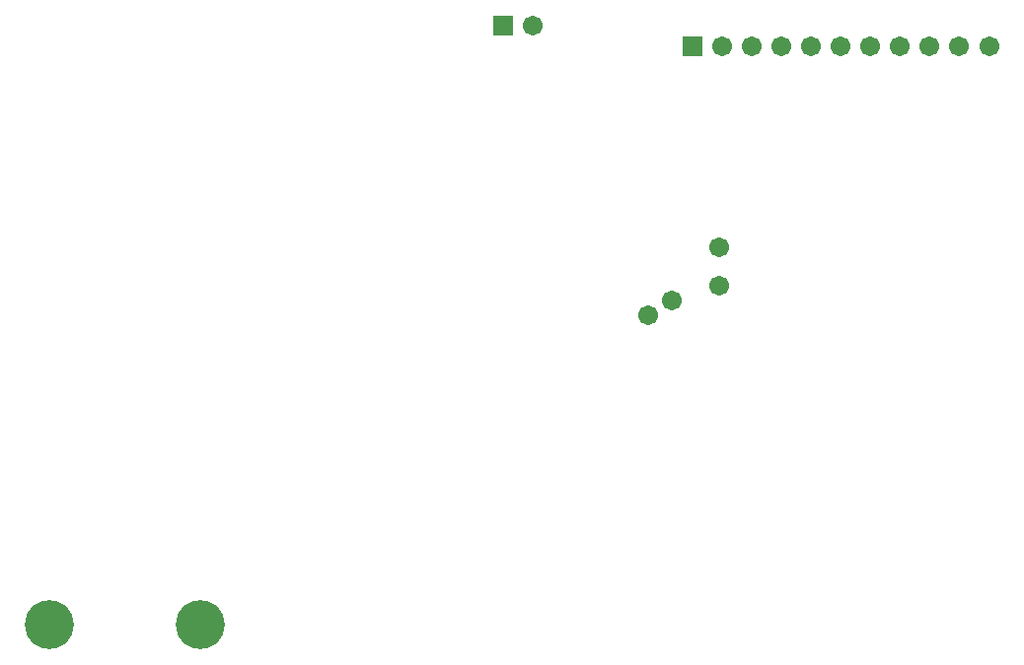
<source format=gbs>
G04 Layer_Color=16711935*
%FSLAX24Y24*%
%MOIN*%
G70*
G01*
G75*
%ADD78C,0.1655*%
%ADD79C,0.0671*%
%ADD80R,0.0671X0.0671*%
D78*
X-20759Y-10059D02*
D03*
X-15641D02*
D03*
D79*
X8000Y9500D02*
D03*
X6000D02*
D03*
X5000D02*
D03*
X4000D02*
D03*
X2000Y9500D02*
D03*
X3000Y9500D02*
D03*
X7000D02*
D03*
X9000D02*
D03*
X10000D02*
D03*
X11039D02*
D03*
X-4400Y10200D02*
D03*
X-500Y400D02*
D03*
X1900Y1400D02*
D03*
Y2700D02*
D03*
X300Y900D02*
D03*
D80*
X1000Y9500D02*
D03*
X-5400Y10200D02*
D03*
M02*

</source>
